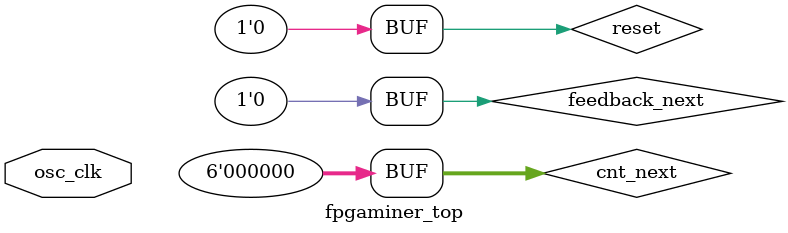
<source format=v>
/*
*
* Copyright (c) 2011 fpgaminer@bitcoin-mining.com
*
*
*
* This program is free software: you can redistribute it and/or modify
* it under the terms of the GNU General Public License as published by
* the Free Software Foundation, either version 3 of the License, or
* (at your option) any later version.
*
* This program is distributed in the hope that it will be useful,
* but WITHOUT ANY WARRANTY; without even the implied warranty of
* MERCHANTABILITY or FITNESS FOR A PARTICULAR PURPOSE.  See the
* GNU General Public License for more details.
*
* You should have received a copy of the GNU General Public License
* along with this program.  If not, see <http://www.gnu.org/licenses/>.
* 
*/


`timescale 1ns/1ps

module fpgaminer_top (osc_clk);

	// The LOOP_LOG2 parameter determines how unrolled the SHA-256
	// calculations are. For example, a setting of 1 will completely
	// unroll the calculations, resulting in 128 rounds and a large, fast
	// design.
	//
	// A setting of 2 will result in 64 rounds, with half the size and
	// half the speed. 3 will be 32 rounds, with 1/4th the size and speed.
	// And so on.
	//
	// Valid range: [0, 5]
`ifdef CONFIG_LOOP_LOG2
	parameter LOOP_LOG2 = `CONFIG_LOOP_LOG2;
`else
	parameter LOOP_LOG2 = 0;
`endif

	// No need to adjust these parameters
	localparam [5:0] LOOP = (6'd1 << LOOP_LOG2);
	// The nonce will always be larger at the time we discover a valid
	// hash. This is its offset from the nonce that gave rise to the valid
	// hash (except when LOOP_LOG2 == 0 or 1, where the offset is 131 or
	// 66 respectively).
	localparam [31:0] GOLDEN_NONCE_OFFSET = (32'd1 << (7 - LOOP_LOG2)) + 32'd1;

	input osc_clk;


	//// 
	reg [255:0] state = 0;
	reg [127:0] data = 0;
	reg [31:0] nonce = 32'h00000000;


	//// PLL
	wire hash_clk;
	`ifndef SIM
		main_pll pll_blk (osc_clk, hash_clk);
	`else
		assign hash_clk = osc_clk;
	`endif


	//// Hashers
	wire [255:0] hash, hash2;
	reg [5:0] cnt = 6'd0;
	reg feedback = 1'b0;

	sha256_transform #(.LOOP(LOOP), .NUM_ROUNDS(64)) uut (
		.clk(hash_clk),
		.feedback(feedback),
		.cnt(cnt),
		.rx_state(state),
		.rx_input({384'h000002800000000000000000000000000000000000000000000000000000000000000000000000000000000080000000, data}),
		.tx_hash(hash)
	);
	sha256_transform #(.LOOP(LOOP), .NUM_ROUNDS(LOOP == 1 ? 61 : (LOOP == 2 ? 62 : 64))) uut2 (
		.clk(hash_clk),
		.feedback(feedback),
		.cnt(cnt),
		.rx_state(256'h5be0cd191f83d9ab9b05688c510e527fa54ff53a3c6ef372bb67ae856a09e667),
		.rx_input({256'h0000010000000000000000000000000000000000000000000000000080000000, hash}),
		.tx_hash(hash2)
	);


	//// Virtual Wire Control
	reg [255:0] midstate_buf = 0, data_buf = 0;
	wire [255:0] midstate_vw, data2_vw;

	`ifndef SIM
		virtual_wire # (.PROBE_WIDTH(0), .WIDTH(256), .INSTANCE_ID("STAT")) midstate_vw_blk(.probe(), .source(midstate_vw));
		virtual_wire # (.PROBE_WIDTH(0), .WIDTH(256), .INSTANCE_ID("DAT2")) data2_vw_blk(.probe(), .source(data2_vw));
	`endif


	//// Virtual Wire Output
	reg [31:0] golden_nonce = 0;
	
	`ifndef SIM
		virtual_wire # (.PROBE_WIDTH(32), .WIDTH(0), .INSTANCE_ID("GNON")) golden_nonce_vw_blk (.probe(golden_nonce), .source());
		//virtual_wire # (.PROBE_WIDTH(32), .WIDTH(0), .INSTANCE_ID("NONC")) nonce_vw_blk (.probe(nonce), .source());
	`endif


	//// Control Unit
	reg is_golden_ticket = 1'b0;
	reg feedback_d1 = 1'b1;
	wire [5:0] cnt_next;
	wire [31:0] nonce_next;
	wire feedback_next;
	`ifndef SIM
		wire reset;
		assign reset = 1'b0;
	`else
		reg reset = 1'b0;	// NOTE: Reset is not currently used in the actual FPGA; for simulation only.
	`endif

	assign cnt_next =  reset ? 6'd0 : (LOOP == 1) ? 6'd0 : (cnt + 6'd1) & (LOOP-1);
	// On the first count (cnt==0), load data from previous stage (no feedback)
	// on 1..LOOP-1, take feedback from current stage
	// This reduces the throughput by a factor of (LOOP), but also reduces the design size by the same amount
	assign feedback_next = (LOOP == 1) ? 1'b0 : (cnt_next != {(LOOP_LOG2){1'b0}});
	assign nonce_next =
		reset ? 32'd0 :
		feedback_next ? nonce : (nonce + 32'd1);

	
	always @ (posedge hash_clk)
	begin
		`ifdef SIM
			//midstate_buf <= 256'h2b3f81261b3cfd001db436cfd4c8f3f9c7450c9a0d049bee71cba0ea2619c0b5;
			//data_buf <= 256'h00000000000000000000000080000000_00000000_39f3001b6b7b8d4dc14bfc31;
			//nonce <= 30411740;
		`else
			midstate_buf <= midstate_vw;
			data_buf <= data2_vw;
		`endif

		cnt <= cnt_next;
		feedback <= feedback_next;
		feedback_d1 <= feedback;

		// Give new data to the hasher
		state <= midstate_buf;
		data <= {nonce_next, data_buf[95:0]};
		nonce <= nonce_next;


		// Check to see if the last hash generated is valid.
		if(LOOP == 1)
			is_golden_ticket <= (hash2[159:128] + 32'h5be0cd19 == 32'h00000000);
		else if(LOOP == 2)
			is_golden_ticket <= (hash2[191:160] + 32'h5be0cd19 == 32'h00000000) && !feedback_d1;
		else
			is_golden_ticket <= (hash2[255:224] == 32'h00000000) && !feedback_d1;
		if(is_golden_ticket)
		begin
			// TODO: Find a more compact calculation for this
			if (LOOP == 1)
				golden_nonce <= nonce - 32'd128;
			else if (LOOP == 2)
				golden_nonce <= nonce - 32'd65;
			else
				golden_nonce <= nonce - GOLDEN_NONCE_OFFSET;
		end
`ifdef SIM
		if (!feedback_d1)
			$display ("nonce: %8x\nhash2: %64x\n", nonce, hash2);
`endif
	end

endmodule


</source>
